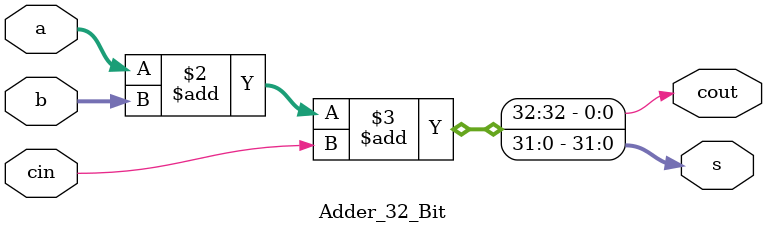
<source format=v>
module Adder_32_Bit(a,b,cin,s,cout);
input [31:0]a;
input cin;
input [31:0]b;
output reg[31:0]s;
output reg cout;
wire [31:0]c;
always @(a or b or c)
begin
{cout,s}=a+b+cin;
end
endmodule

</source>
